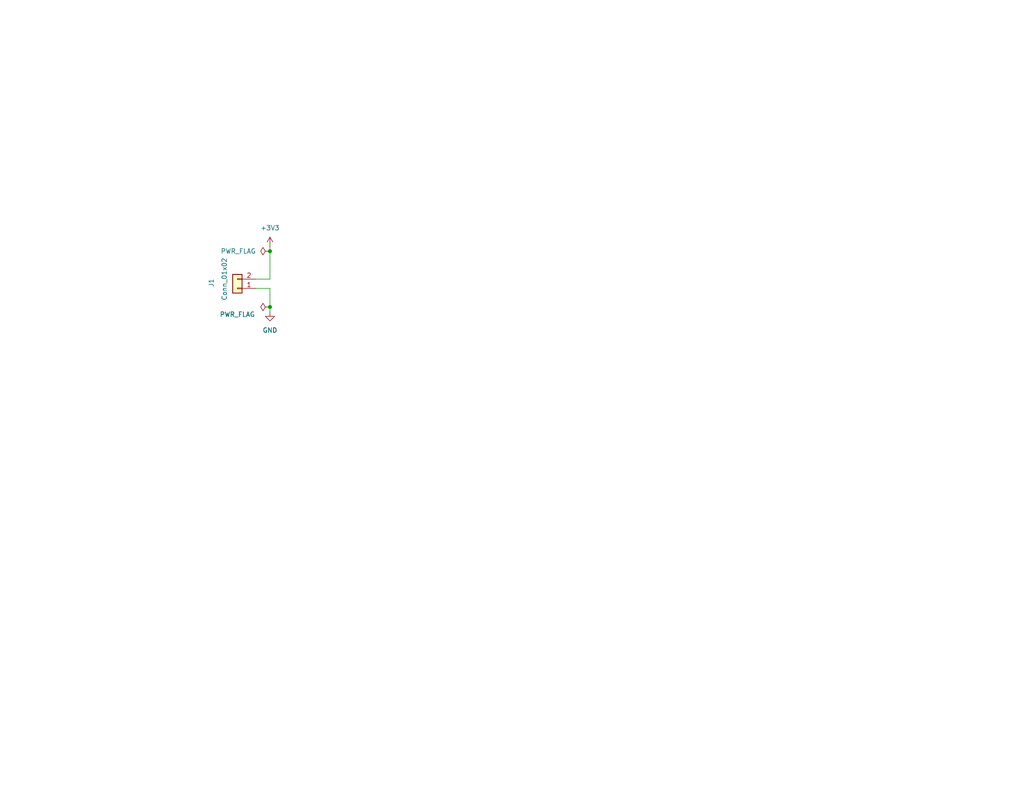
<source format=kicad_sch>
(kicad_sch (version 20250114) (generator "eeschema") (generator_version "9.0")
  (paper "USLetter")
  (title_block (title "Prog1") (date "2025-09-16") (rev "0.0") (company "Illini Solar Car") (comment 1 "Designed By: Pranav"))
  (lib_symbols
    (symbol "Connector_Generic:Conn_01x02" (pin_names (offset 1.016) (hide yes))
      (property "Reference" "J" (at 0 2.54 0))
      (property "Value" "Conn_01x02" (at 0 -5.08 0))
      (symbol "Conn_01x02_1_1"
        (rectangle (start -1.27 1.27) (end 1.27 -3.81) (stroke (width 0.254)) (fill (type background)))
        (rectangle (start -1.27 0.127) (end 0 -0.127) (stroke (width 0.1524)))
        (rectangle (start -1.27 -2.413) (end 0 -2.667) (stroke (width 0.1524)))
        (pin passive line (at -5.08 0 0) (length 3.81) (name "Pin_1") (number "1"))
        (pin passive line (at -5.08 -2.54 0) (length 3.81) (name "Pin_2") (number "2"))
      )
    )
    (symbol "power:+3V3" (power) (pin_names (offset 0))
      (property "Value" "+3V3" (at 0 3.556 0))
      (symbol "+3V3_0_1"
        (polyline (pts (xy -0.762 1.27) (xy 0 2.54)))
        (polyline (pts (xy 0 2.54) (xy 0.762 1.27)))
        (polyline (pts (xy 0 0) (xy 0 2.54)))
      )
      (symbol "+3V3_1_1"
        (pin power_in line (at 0 0 90) (length 0) (hide yes) (name "+3V3") (number "1"))
      )
    )
    (symbol "power:GND" (power) (pin_names (offset 0))
      (property "Value" "GND" (at 0 -3.81 0))
      (symbol "GND_0_1"
        (polyline (pts (xy 0 0) (xy 0 -1.27) (xy 1.27 -1.27) (xy 0 -2.54) (xy -1.27 -1.27) (xy 0 -1.27)))
      )
      (symbol "GND_1_1"
        (pin power_in line (at 0 0 270) (length 0) (hide yes) (name "GND") (number "1"))
      )
    )
    (symbol "power:PWR_FLAG" (power) (pin_numbers (hide yes)) (pin_names (offset 0) (hide yes))
      (property "Value" "PWR_FLAG" (at 0 3.81 0))
      (symbol "PWR_FLAG_0_0"
        (pin power_out line (at 0 0 90) (length 0) (name "pwr") (number "1"))
      )
      (symbol "PWR_FLAG_0_1"
        (polyline (pts (xy 0 0) (xy 0 1.27) (xy -1.016 1.905) (xy 0 2.54) (xy 1.016 1.905) (xy 0 1.27)))
      )
    )
  )
  (junction (at 73.66 68.58))
  (junction (at 73.66 83.82))
  (wire (pts (xy 73.66 78.74) (xy 73.66 83.82)))
  (wire (pts (xy 73.66 83.82) (xy 73.66 85.09)))
  (wire (pts (xy 69.85 78.74) (xy 73.66 78.74)))
  (wire (pts (xy 69.85 76.2) (xy 73.66 76.2)))
  (wire (pts (xy 73.66 67.31) (xy 73.66 68.58)))
  (wire (pts (xy 73.66 68.58) (xy 73.66 76.2)))
  (symbol (lib_id "power:+3V3") (at 73.66 67.31 0) (unit 1)
    (property "Reference" "#PWR02" (effects (hide yes)))
    (property "Value" "+3V3" (at 73.66 62.23 0))
    (property "Description" "Power symbol creates a global label with name \"+3V3\"" (effects (hide yes)))
  )
  (symbol (lib_id "power:PWR_FLAG") (at 73.66 68.58 90) (unit 1)
    (property "Reference" "#FLG02" (effects (hide yes)))
    (property "Value" "PWR_FLAG" (at 69.85 68.5799 90) (effects (justify left)))
    (property "Description" "Special symbol for telling ERC where power comes from" (effects (hide yes)))
  )
  (symbol (lib_id "power:GND") (at 73.66 85.09 0) (unit 1)
    (property "Reference" "#PWR01" (effects (hide yes)))
    (property "Value" "GND" (at 73.66 90.17 0))
    (property "Description" "Power symbol creates a global label with name \"GND\" , ground" (effects (hide yes)))
  )
  (symbol (lib_id "power:PWR_FLAG") (at 73.66 83.82 90) (unit 1)
    (property "Reference" "#FLG01" (effects (hide yes)))
    (property "Value" "PWR_FLAG" (at 69.596 85.852 90) (effects (justify left)))
    (property "Description" "Special symbol for telling ERC where power comes from" (effects (hide yes)))
  )
  (symbol (lib_id "Connector_Generic:Conn_01x02") (at 64.77 78.74 180) (unit 1)
    (property "Reference" "J1" (at 57.658 77.216 90))
    (property "Value" "Conn_01x02" (at 61.214 76.2 90))
    (property "Description" "Generic connector, single row, 01x02, script generated (kicad-library-utils/schlib/autogen/connector/)" (effects (hide yes)))
  )
)
</source>
